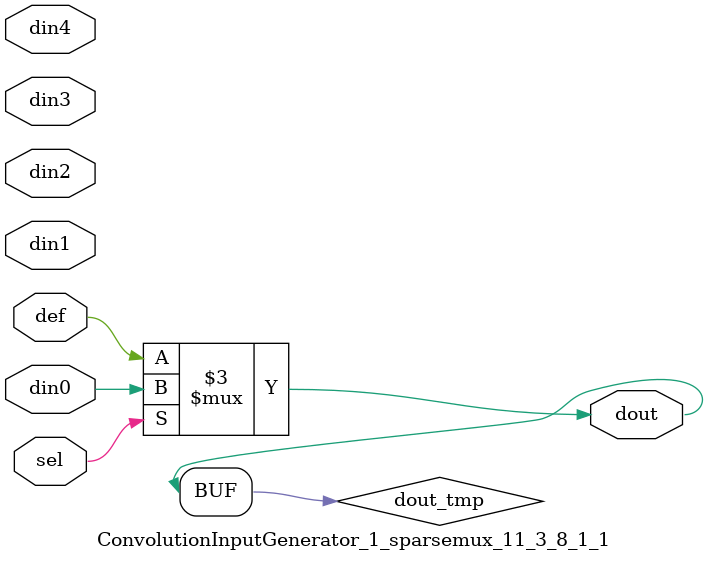
<source format=v>
`timescale 1ns / 1ps

module ConvolutionInputGenerator_1_sparsemux_11_3_8_1_1 (din0,din1,din2,din3,din4,def,sel,dout);

parameter din0_WIDTH = 1;

parameter din1_WIDTH = 1;

parameter din2_WIDTH = 1;

parameter din3_WIDTH = 1;

parameter din4_WIDTH = 1;

parameter def_WIDTH = 1;
parameter sel_WIDTH = 1;
parameter dout_WIDTH = 1;

parameter [sel_WIDTH-1:0] CASE0 = 1;

parameter [sel_WIDTH-1:0] CASE1 = 1;

parameter [sel_WIDTH-1:0] CASE2 = 1;

parameter [sel_WIDTH-1:0] CASE3 = 1;

parameter [sel_WIDTH-1:0] CASE4 = 1;

parameter ID = 1;
parameter NUM_STAGE = 1;



input [din0_WIDTH-1:0] din0;

input [din1_WIDTH-1:0] din1;

input [din2_WIDTH-1:0] din2;

input [din3_WIDTH-1:0] din3;

input [din4_WIDTH-1:0] din4;

input [def_WIDTH-1:0] def;
input [sel_WIDTH-1:0] sel;

output [dout_WIDTH-1:0] dout;



reg [dout_WIDTH-1:0] dout_tmp;

always @ (*) begin
case (sel)
    
    CASE0 : dout_tmp = din0;
    
    CASE1 : dout_tmp = din1;
    
    CASE2 : dout_tmp = din2;
    
    CASE3 : dout_tmp = din3;
    
    CASE4 : dout_tmp = din4;
    
    default : dout_tmp = def;
endcase
end


assign dout = dout_tmp;



endmodule

</source>
